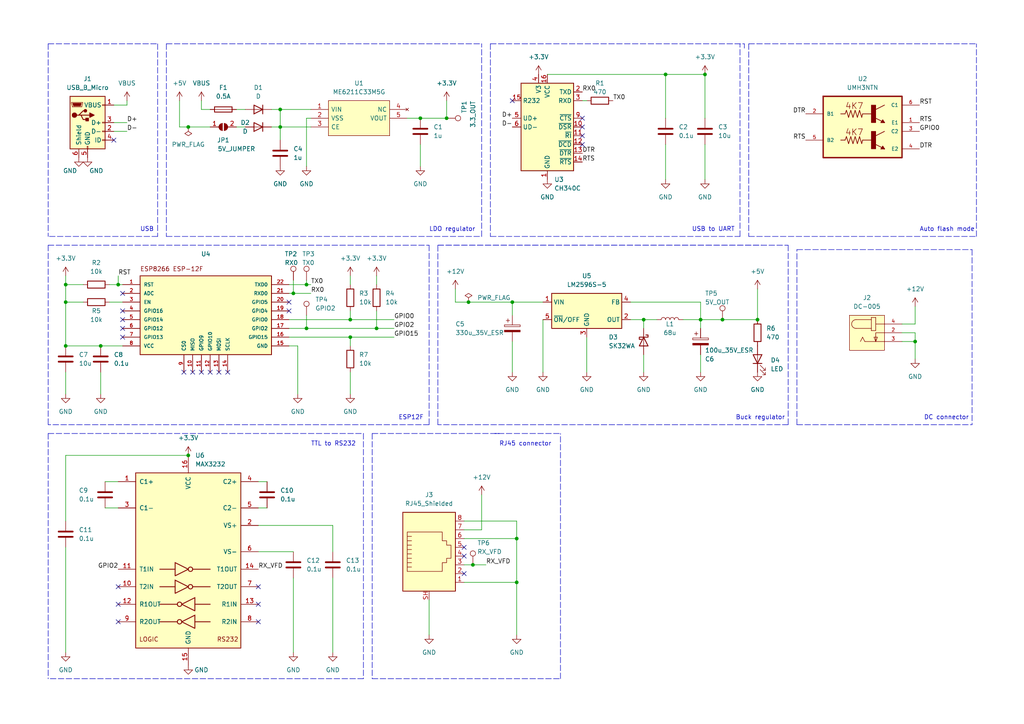
<source format=kicad_sch>
(kicad_sch (version 20211123) (generator eeschema)
  (paper "A4")
  (title_block (title "VFD MQTT") (date "01-09-2022") (rev "1") (company "Esteban CADIC"))
  (lib_symbols
    (symbol "PRJ_VFD-MQTT:+12V" (power) (pin_names (offset 0))
      (property "Value" "+12V" (at 0 3.556 0))
      (symbol "+12V_1_1"
        (pin power_in line (at 0 0 90) (length 0) hide (name "+12V") (number "1"))
      )
    )
    (symbol "PRJ_VFD-MQTT:+3.3V" (power) (pin_names (offset 0))
      (property "Value" "+3.3V" (at 0 3.556 0))
      (symbol "+3.3V_1_1"
        (pin power_in line (at 0 0 90) (length 0) hide (name "+3.3V") (number "1"))
      )
    )
    (symbol "PRJ_VFD-MQTT:+5V" (power) (pin_names (offset 0))
      (property "Value" "+5V" (at 0 3.556 0))
      (symbol "+5V_1_1"
        (pin power_in line (at 0 0 90) (length 0) hide (name "+5V") (number "1"))
      )
    )
    (symbol "PRJ_VFD-MQTT:C" (pin_numbers hide) (pin_names (offset 0.254))
      (property "Reference" "C" (at 0.635 2.54 0))
      (property "Value" "C" (at 0.635 -2.54 0))
      (symbol "C_1_1"
        (pin passive line (at 0 3.81 270) (length 2.794) (name "~") (number "1"))
        (pin passive line (at 0 -3.81 90) (length 2.794) (name "~") (number "2"))
      )
    )
    (symbol "PRJ_VFD-MQTT:CH340C"
      (property "Reference" "U" (at -5.08 13.97 0))
      (property "Value" "CH340C" (at 1.27 13.97 0))
      (symbol "CH340C_1_1"
        (pin power_in line (at 0 -15.24 90) (length 2.54) (name "GND") (number "1"))
        (pin input line (at 10.16 0 180) (length 2.54) (name "~{DSR}") (number "10"))
        (pin input line (at 10.16 -2.54 180) (length 2.54) (name "~{RI}") (number "11"))
        (pin input line (at 10.16 -5.08 180) (length 2.54) (name "~{DCD}") (number "12"))
        (pin output line (at 10.16 -7.62 180) (length 2.54) (name "~{DTR}") (number "13"))
        (pin output line (at 10.16 -10.16 180) (length 2.54) (name "~{RTS}") (number "14"))
        (pin input line (at -10.16 7.62 0) (length 2.54) (name "R232") (number "15"))
        (pin power_in line (at 0 15.24 270) (length 2.54) (name "VCC") (number "16"))
        (pin output line (at 10.16 10.16 180) (length 2.54) (name "TXD") (number "2"))
        (pin input line (at 10.16 7.62 180) (length 2.54) (name "RXD") (number "3"))
        (pin passive line (at -2.54 15.24 270) (length 2.54) (name "V3") (number "4"))
        (pin bidirectional line (at -10.16 2.54 0) (length 2.54) (name "UD+") (number "5"))
        (pin bidirectional line (at -10.16 0 0) (length 2.54) (name "UD-") (number "6"))
        (pin no_connect line (at -7.62 -7.62 0) (length 2.54) hide (name "NC") (number "7"))
        (pin no_connect line (at -7.62 -10.16 0) (length 2.54) hide (name "NC") (number "8"))
        (pin input line (at 10.16 2.54 180) (length 2.54) (name "~{CTS}") (number "9"))
      )
    )
    (symbol "PRJ_VFD-MQTT:C_Polarized" (pin_numbers hide) (pin_names (offset 0.254))
      (property "Reference" "C" (at 0.635 2.54 0))
      (property "Value" "C_Polarized" (at 0.635 -2.54 0))
      (symbol "C_Polarized_1_1"
        (pin passive line (at 0 3.81 270) (length 2.794) (name "~") (number "1"))
        (pin passive line (at 0 -3.81 90) (length 2.794) (name "~") (number "2"))
      )
    )
    (symbol "PRJ_VFD-MQTT:D" (pin_numbers hide) (pin_names (offset 1.016) hide)
      (property "Reference" "D" (at 0 2.54 0))
      (property "Value" "D" (at 0 -2.54 0))
      (symbol "D_1_1"
        (pin passive line (at -3.81 0 0) (length 2.54) (name "K") (number "1"))
        (pin passive line (at 3.81 0 180) (length 2.54) (name "A") (number "2"))
      )
    )
    (symbol "PRJ_VFD-MQTT:DC-005" (pin_names (offset 1.016) hide)
      (property "Reference" "J" (at -5.1054 5.588 0))
      (property "Value" "DC-005" (at -5.1054 -7.6454 0))
      (symbol "DC-005_0_0"
        (pin passive line (at 10.16 0 180) (length 5.08) (name "~") (number "2"))
        (pin passive line (at 10.16 -2.54 180) (length 5.08) (name "~") (number "3"))
        (pin passive line (at 10.16 2.54 180) (length 5.08) (name "~") (number "4"))
      )
    )
    (symbol "PRJ_VFD-MQTT:D_Schottky" (pin_numbers hide) (pin_names (offset 1.016) hide)
      (property "Reference" "D" (at 0 2.54 0))
      (property "Value" "D_Schottky" (at 0 -2.54 0))
      (symbol "D_Schottky_1_1"
        (pin passive line (at -3.81 0 0) (length 2.54) (name "K") (number "1"))
        (pin passive line (at 3.81 0 180) (length 2.54) (name "A") (number "2"))
      )
    )
    (symbol "PRJ_VFD-MQTT:ESP-12F" (pin_names (offset 1.016))
      (property "Reference" "U" (at -17.78 13.97 0))
      (symbol "ESP-12F_0_0"
        (text "ESP8266 ESP-12F" (at -17.78 11.43 0) (effects (font (size 1.27 1.27)) (justify left bottom)))
        (pin input line (at -22.86 7.62 0) (length 5.08) (name "RST") (number "1"))
        (pin bidirectional line (at -2.54 -17.78 90) (length 5.08) (name "MISO") (number "10"))
        (pin bidirectional line (at 0 -17.78 90) (length 5.08) (name "GPIO9") (number "11"))
        (pin bidirectional line (at 2.54 -17.78 90) (length 5.08) (name "GPIO10") (number "12"))
        (pin bidirectional line (at 5.08 -17.78 90) (length 5.08) (name "MOSI") (number "13"))
        (pin bidirectional line (at 7.62 -17.78 90) (length 5.08) (name "SCLK") (number "14"))
        (pin power_in line (at 25.4 -10.16 180) (length 5.08) (name "GND") (number "15"))
        (pin bidirectional line (at 25.4 -7.62 180) (length 5.08) (name "GPIO15") (number "16"))
        (pin bidirectional line (at 25.4 -5.08 180) (length 5.08) (name "GPIO2") (number "17"))
        (pin bidirectional line (at 25.4 -2.54 180) (length 5.08) (name "GPIO0") (number "18"))
        (pin bidirectional line (at 25.4 0 180) (length 5.08) (name "GPIO4") (number "19"))
        (pin bidirectional line (at -22.86 5.08 0) (length 5.08) (name "ADC") (number "2"))
        (pin bidirectional line (at 25.4 2.54 180) (length 5.08) (name "GPIO5") (number "20"))
        (pin bidirectional line (at 25.4 5.08 180) (length 5.08) (name "RXD0") (number "21"))
        (pin bidirectional line (at 25.4 7.62 180) (length 5.08) (name "TXD0") (number "22"))
        (pin input line (at -22.86 2.54 0) (length 5.08) (name "EN") (number "3"))
        (pin bidirectional line (at -22.86 0 0) (length 5.08) (name "GPIO16") (number "4"))
        (pin bidirectional line (at -22.86 -2.54 0) (length 5.08) (name "GPIO14") (number "5"))
        (pin bidirectional line (at -22.86 -5.08 0) (length 5.08) (name "GPIO12") (number "6"))
        (pin bidirectional line (at -22.86 -7.62 0) (length 5.08) (name "GPIO13") (number "7"))
        (pin power_in line (at -22.86 -10.16 0) (length 5.08) (name "VCC") (number "8"))
        (pin bidirectional line (at -5.08 -17.78 90) (length 5.08) (name "CS0") (number "9"))
      )
    )
    (symbol "PRJ_VFD-MQTT:Fuse" (pin_numbers hide) (pin_names (offset 0))
      (property "Reference" "F" (at 2.032 0 90))
      (property "Value" "Fuse" (at -1.905 0 90))
      (symbol "Fuse_1_1"
        (pin passive line (at 0 3.81 270) (length 1.27) (name "~") (number "1"))
        (pin passive line (at 0 -3.81 90) (length 1.27) (name "~") (number "2"))
      )
    )
    (symbol "PRJ_VFD-MQTT:GND" (power) (pin_names (offset 0))
      (property "Value" "GND" (at 0 -3.81 0))
      (symbol "GND_1_1"
        (pin power_in line (at 0 0 270) (length 0) hide (name "GND") (number "1"))
      )
    )
    (symbol "PRJ_VFD-MQTT:L" (pin_numbers hide) (pin_names (offset 1.016) hide)
      (property "Reference" "L" (at -1.27 0 90))
      (property "Value" "L" (at 1.905 0 90))
      (symbol "L_1_1"
        (pin passive line (at 0 3.81 270) (length 1.27) (name "1") (number "1"))
        (pin passive line (at 0 -3.81 90) (length 1.27) (name "2") (number "2"))
      )
    )
    (symbol "PRJ_VFD-MQTT:LED" (pin_numbers hide) (pin_names (offset 1.016) hide)
      (property "Reference" "D" (at 0 2.54 0))
      (property "Value" "LED" (at 0 -2.54 0))
      (symbol "LED_1_1"
        (pin passive line (at -3.81 0 0) (length 2.54) (name "K") (number "1"))
        (pin passive line (at 3.81 0 180) (length 2.54) (name "A") (number "2"))
      )
    )
    (symbol "PRJ_VFD-MQTT:LM2596S-5"
      (property "Reference" "U" (at -10.16 6.35 0))
      (property "Value" "LM2596S-5" (at 0 6.35 0))
      (symbol "LM2596S-5_1_1"
        (pin power_in line (at -12.7 2.54 0) (length 2.54) (name "VIN") (number "1"))
        (pin output line (at 12.7 -2.54 180) (length 2.54) (name "OUT") (number "2"))
        (pin power_in line (at 0 -7.62 90) (length 2.54) (name "GND") (number "3"))
        (pin input line (at 12.7 2.54 180) (length 2.54) (name "FB") (number "4"))
        (pin input line (at -12.7 -2.54 0) (length 2.54) (name "~{ON}/OFF") (number "5"))
      )
    )
    (symbol "PRJ_VFD-MQTT:MAX3232" (pin_names (offset 1.016))
      (property "Reference" "U" (at -2.54 28.575 0))
      (property "Value" "MAX3232" (at -2.54 26.67 0))
      (symbol "MAX3232_0_0"
        (text "LOGIC" (at -11.43 -22.86 0) (effects (font (size 1.27 1.27))))
        (text "RS232" (at 11.43 -22.86 0) (effects (font (size 1.27 1.27))))
      )
      (symbol "MAX3232_1_1"
        (pin passive line (at -20.32 22.86 0) (length 5.08) (name "C1+") (number "1"))
        (pin input line (at -20.32 -7.62 0) (length 5.08) (name "T2IN") (number "10"))
        (pin input line (at -20.32 -2.54 0) (length 5.08) (name "T1IN") (number "11"))
        (pin output line (at -20.32 -12.7 0) (length 5.08) (name "R1OUT") (number "12"))
        (pin input line (at 20.32 -12.7 180) (length 5.08) (name "R1IN") (number "13"))
        (pin output line (at 20.32 -2.54 180) (length 5.08) (name "T1OUT") (number "14"))
        (pin power_in line (at 0 -30.48 90) (length 5.08) (name "GND") (number "15"))
        (pin power_in line (at 0 30.48 270) (length 5.08) (name "VCC") (number "16"))
        (pin power_out line (at 20.32 10.16 180) (length 5.08) (name "VS+") (number "2"))
        (pin passive line (at -20.32 15.24 0) (length 5.08) (name "C1-") (number "3"))
        (pin passive line (at 20.32 22.86 180) (length 5.08) (name "C2+") (number "4"))
        (pin passive line (at 20.32 15.24 180) (length 5.08) (name "C2-") (number "5"))
        (pin power_out line (at 20.32 2.54 180) (length 5.08) (name "VS-") (number "6"))
        (pin output line (at 20.32 -7.62 180) (length 5.08) (name "T2OUT") (number "7"))
        (pin input line (at 20.32 -17.78 180) (length 5.08) (name "R2IN") (number "8"))
        (pin output line (at -20.32 -17.78 0) (length 5.08) (name "R2OUT") (number "9"))
      )
    )
    (symbol "PRJ_VFD-MQTT:ME6211C33M5G" (pin_names (offset 0.762))
      (property "Reference" "U" (at 24.13 7.62 0))
      (property "Value" "ME6211C33M5G" (at 24.13 5.08 0))
      (symbol "ME6211C33M5G_0_0"
        (pin passive line (at 0 0 0) (length 5.08) (name "VIN") (number "1"))
        (pin passive line (at 0 -2.54 0) (length 5.08) (name "VSS") (number "2"))
        (pin passive line (at 0 -5.08 0) (length 5.08) (name "CE") (number "3"))
        (pin no_connect line (at 27.94 0 180) (length 5.08) (name "NC") (number "4"))
        (pin power_out line (at 27.94 -2.54 180) (length 5.08) (name "VOUT") (number "5"))
      )
    )
    (symbol "PRJ_VFD-MQTT:PWR_FLAG" (power) (pin_numbers hide) (pin_names (offset 0) hide)
      (property "Value" "PWR_FLAG" (at 0 3.81 0))
      (symbol "PWR_FLAG_0_0"
        (pin power_out line (at 0 0 90) (length 0) (name "pwr") (number "1"))
      )
    )
    (symbol "PRJ_VFD-MQTT:R" (pin_numbers hide) (pin_names (offset 0))
      (property "Reference" "R" (at 2.032 0 90))
      (property "Value" "R" (at 0 0 90))
      (symbol "R_1_1"
        (pin passive line (at 0 3.81 270) (length 1.27) (name "~") (number "1"))
        (pin passive line (at 0 -3.81 90) (length 1.27) (name "~") (number "2"))
      )
    )
    (symbol "PRJ_VFD-MQTT:RJ45_Shielded" (pin_names (offset 1.016))
      (property "Reference" "J" (at -5.08 13.97 0))
      (property "Value" "RJ45_Shielded" (at 2.54 13.97 0))
      (symbol "RJ45_Shielded_1_1"
        (pin passive line (at 10.16 -7.62 180) (length 2.54) (name "~") (number "1"))
        (pin passive line (at 10.16 -5.08 180) (length 2.54) (name "~") (number "2"))
        (pin passive line (at 10.16 -2.54 180) (length 2.54) (name "~") (number "3"))
        (pin passive line (at 10.16 0 180) (length 2.54) (name "~") (number "4"))
        (pin passive line (at 10.16 2.54 180) (length 2.54) (name "~") (number "5"))
        (pin passive line (at 10.16 5.08 180) (length 2.54) (name "~") (number "6"))
        (pin passive line (at 10.16 7.62 180) (length 2.54) (name "~") (number "7"))
        (pin passive line (at 10.16 10.16 180) (length 2.54) (name "~") (number "8"))
        (pin passive line (at 0 -12.7 90) (length 2.54) (name "~") (number "SH"))
      )
    )
    (symbol "PRJ_VFD-MQTT:SolderJumper_2_Open" (pin_names (offset 0) hide)
      (property "Reference" "JP" (at 0 2.032 0))
      (property "Value" "SolderJumper_2_Open" (at 0 -2.54 0))
      (symbol "SolderJumper_2_Open_1_1"
        (pin passive line (at -3.81 0 0) (length 2.54) (name "A") (number "1"))
        (pin passive line (at 3.81 0 180) (length 2.54) (name "B") (number "2"))
      )
    )
    (symbol "PRJ_VFD-MQTT:TestPoint" (pin_numbers hide) (pin_names (offset 0.762) hide)
      (property "Reference" "TP" (at 0 6.858 0))
      (property "Value" "TestPoint" (at 0 5.08 0))
      (symbol "TestPoint_1_1"
        (pin passive line (at 0 0 90) (length 2.54) (name "1") (number "1"))
      )
    )
    (symbol "PRJ_VFD-MQTT:UMH3NTN" (pin_names (offset 1.016))
      (property "Reference" "U" (at -8.89 8.6106 0))
      (property "Value" "UMH3NTN" (at -8.89 -12.8778 0))
      (symbol "UMH3NTN_0_0"
        (text "4K7" (at -3.81 -3.81 0) (effects (font (size 1.778 1.778)) (justify left bottom)))
        (text "4K7" (at -3.81 3.81 0) (effects (font (size 1.778 1.778)) (justify left bottom)))
        (pin bidirectional line (at 17.78 0 180) (length 5.08) (name "E1") (number "1"))
        (pin input line (at -15.24 2.54 0) (length 5.08) (name "B1") (number "2"))
        (pin bidirectional line (at 17.78 -2.54 180) (length 5.08) (name "C2") (number "3"))
        (pin bidirectional line (at 17.78 -7.62 180) (length 5.08) (name "E2") (number "4"))
        (pin input line (at -15.24 -5.08 0) (length 5.08) (name "B2") (number "5"))
        (pin bidirectional line (at 17.78 5.08 180) (length 5.08) (name "C1") (number "6"))
      )
    )
    (symbol "PRJ_VFD-MQTT:USB_B_Micro" (pin_names (offset 1.016))
      (property "Reference" "J" (at -5.08 11.43 0))
      (property "Value" "USB_B_Micro" (at -5.08 8.89 0))
      (symbol "USB_B_Micro_1_1"
        (pin power_out line (at 7.62 5.08 180) (length 2.54) (name "VBUS") (number "1"))
        (pin bidirectional line (at 7.62 -2.54 180) (length 2.54) (name "D-") (number "2"))
        (pin bidirectional line (at 7.62 0 180) (length 2.54) (name "D+") (number "3"))
        (pin passive line (at 7.62 -5.08 180) (length 2.54) (name "ID") (number "4"))
        (pin power_out line (at 0 -10.16 90) (length 2.54) (name "GND") (number "5"))
        (pin passive line (at -2.54 -10.16 90) (length 2.54) (name "Shield") (number "6"))
      )
    )
    (symbol "PRJ_VFD-MQTT:VBUS" (power) (pin_names (offset 0))
      (property "Value" "VBUS" (at 0 3.81 0))
      (symbol "VBUS_1_1"
        (pin power_in line (at 0 0 90) (length 0) hide (name "VBUS") (number "1"))
      )
    )
  )
  (junction (at 54.61 36.83))
  (junction (at 186.69 92.71))
  (junction (at 88.9 82.55))
  (junction (at 19.05 87.63))
  (junction (at 85.09 85.09))
  (junction (at 129.54 34.29))
  (junction (at 109.22 95.25))
  (junction (at 203.2 92.71))
  (junction (at 193.04 21.59))
  (junction (at 137.16 163.83))
  (junction (at 54.61 132.08))
  (junction (at 29.21 100.33))
  (junction (at 19.05 82.55))
  (junction (at 19.05 100.33))
  (junction (at 88.9 95.25))
  (junction (at 81.28 36.83))
  (junction (at 101.6 92.71))
  (junction (at 101.6 97.79))
  (junction (at 265.43 99.06))
  (junction (at 34.29 82.55))
  (junction (at 81.28 31.75))
  (junction (at 219.71 92.71))
  (junction (at 148.59 87.63))
  (junction (at 149.86 168.91))
  (junction (at 209.55 92.71))
  (junction (at 149.86 156.21))
  (junction (at 135.89 87.63))
  (junction (at 204.47 21.59))
  (junction (at 121.92 34.29))
  (no_connect (at 35.56 92.71))
  (no_connect (at 35.56 90.17))
  (no_connect (at 35.56 85.09))
  (no_connect (at 83.82 90.17))
  (no_connect (at 83.82 87.63))
  (no_connect (at 148.59 29.21))
  (no_connect (at 33.02 40.64))
  (no_connect (at 168.91 39.37))
  (no_connect (at 168.91 34.29))
  (no_connect (at 168.91 36.83))
  (no_connect (at 168.91 41.91))
  (no_connect (at 53.34 107.95))
  (no_connect (at 60.96 107.95))
  (no_connect (at 63.5 107.95))
  (no_connect (at 66.04 107.95))
  (no_connect (at 55.88 107.95))
  (no_connect (at 58.42 107.95))
  (no_connect (at 35.56 97.79))
  (no_connect (at 35.56 95.25))
  (no_connect (at 74.93 170.18))
  (no_connect (at 74.93 175.26))
  (no_connect (at 74.93 180.34))
  (no_connect (at 34.29 170.18))
  (no_connect (at 34.29 180.34))
  (no_connect (at 34.29 175.26))
  (no_connect (at 134.62 158.75))
  (no_connect (at 134.62 161.29))
  (no_connect (at 134.62 166.37))
  (polyline (pts (xy 107.95 125.73) (xy 107.95 196.85)))
  (wire (pts (xy 203.2 107.95) (xy 203.2 102.87)))
  (wire (pts (xy 261.62 99.06) (xy 265.43 99.06)))
  (wire (pts (xy 90.17 36.83) (xy 81.28 36.83)))
  (wire (pts (xy 74.93 160.02) (xy 85.09 160.02)))
  (wire (pts (xy 81.28 31.75) (xy 90.17 31.75)))
  (wire (pts (xy 88.9 95.25) (xy 83.82 95.25)))
  (wire (pts (xy 86.36 100.33) (xy 86.36 114.3)))
  (wire (pts (xy 85.09 85.09) (xy 83.82 85.09)))
  (wire (pts (xy 204.47 21.59) (xy 204.47 34.29)))
  (wire (pts (xy 19.05 87.63) (xy 19.05 82.55)))
  (polyline (pts (xy 107.95 125.73) (xy 162.56 125.73)))
  (wire (pts (xy 186.69 107.95) (xy 186.69 102.87)))
  (wire (pts (xy 33.02 30.48) (xy 36.83 30.48)))
  (wire (pts (xy 149.86 168.91) (xy 149.86 184.15)))
  (wire (pts (xy 149.86 151.13) (xy 149.86 156.21)))
  (polyline (pts (xy 143.51 125.73) (xy 144.78 125.73)))
  (wire (pts (xy 68.58 31.75) (xy 71.12 31.75)))
  (polyline (pts (xy 127 123.19) (xy 127 71.12)))
  (polyline (pts (xy 13.97 125.73) (xy 105.41 125.73)))
  (wire (pts (xy 134.62 163.83) (xy 137.16 163.83)))
  (wire (pts (xy 109.22 95.25) (xy 88.9 95.25)))
  (wire (pts (xy 81.28 36.83) (xy 81.28 31.75)))
  (wire (pts (xy 52.07 29.21) (xy 52.07 36.83)))
  (polyline (pts (xy 231.14 72.39) (xy 281.94 72.39)))
  (polyline (pts (xy 215.9 12.7) (xy 215.9 13.97)))
  (wire (pts (xy 134.62 153.67) (xy 139.7 153.67)))
  (wire (pts (xy 31.75 82.55) (xy 34.29 82.55)))
  (wire (pts (xy 85.09 81.28) (xy 85.09 85.09)))
  (wire (pts (xy 129.54 29.21) (xy 129.54 34.29)))
  (wire (pts (xy 132.08 87.63) (xy 135.89 87.63)))
  (wire (pts (xy 170.18 97.79) (xy 170.18 107.95)))
  (wire (pts (xy 78.74 31.75) (xy 81.28 31.75)))
  (wire (pts (xy 121.92 34.29) (xy 129.54 34.29)))
  (polyline (pts (xy 231.14 123.19) (xy 281.94 123.19)))
  (polyline (pts (xy 124.46 71.12) (xy 124.46 123.19)))
  (polyline (pts (xy 48.26 12.7) (xy 48.26 68.58)))
  (wire (pts (xy 33.02 35.56) (xy 36.83 35.56)))
  (polyline (pts (xy 13.97 125.73) (xy 13.97 196.85)))
  (wire (pts (xy 209.55 92.71) (xy 219.71 92.71)))
  (wire (pts (xy 74.93 139.7) (xy 77.47 139.7)))
  (wire (pts (xy 29.21 107.95) (xy 29.21 114.3)))
  (polyline (pts (xy 48.26 12.7) (xy 139.7 12.7)))
  (wire (pts (xy 261.62 96.52) (xy 265.43 96.52)))
  (wire (pts (xy 101.6 107.95) (xy 101.6 114.3)))
  (polyline (pts (xy 142.24 12.7) (xy 142.24 68.58)))
  (wire (pts (xy 74.93 147.32) (xy 77.47 147.32)))
  (wire (pts (xy 31.75 87.63) (xy 35.56 87.63)))
  (wire (pts (xy 34.29 82.55) (xy 35.56 82.55)))
  (wire (pts (xy 83.82 97.79) (xy 101.6 97.79)))
  (polyline (pts (xy 283.21 68.58) (xy 283.21 12.7)))
  (wire (pts (xy 19.05 132.08) (xy 54.61 132.08)))
  (polyline (pts (xy 228.6 71.12) (xy 228.6 123.19)))
  (wire (pts (xy 19.05 100.33) (xy 19.05 87.63)))
  (polyline (pts (xy 217.17 68.58) (xy 283.21 68.58)))
  (polyline (pts (xy 13.97 12.7) (xy 13.97 68.58)))
  (polyline (pts (xy 214.63 68.58) (xy 214.63 12.7)))
  (wire (pts (xy 19.05 107.95) (xy 19.05 114.3)))
  (wire (pts (xy 29.21 100.33) (xy 35.56 100.33)))
  (wire (pts (xy 219.71 83.82) (xy 219.71 92.71)))
  (wire (pts (xy 96.52 167.64) (xy 96.52 189.23)))
  (wire (pts (xy 124.46 173.99) (xy 124.46 184.15)))
  (polyline (pts (xy 13.97 71.12) (xy 124.46 71.12)))
  (wire (pts (xy 30.48 147.32) (xy 34.29 147.32)))
  (wire (pts (xy 58.42 31.75) (xy 60.96 31.75)))
  (wire (pts (xy 58.42 29.21) (xy 58.42 31.75)))
  (wire (pts (xy 135.89 87.63) (xy 148.59 87.63)))
  (wire (pts (xy 74.93 152.4) (xy 96.52 152.4)))
  (wire (pts (xy 265.43 96.52) (xy 265.43 99.06)))
  (wire (pts (xy 68.58 36.83) (xy 71.12 36.83)))
  (wire (pts (xy 101.6 100.33) (xy 101.6 97.79)))
  (wire (pts (xy 81.28 36.83) (xy 81.28 40.64)))
  (wire (pts (xy 96.52 152.4) (xy 96.52 160.02)))
  (wire (pts (xy 148.59 99.06) (xy 148.59 107.95)))
  (wire (pts (xy 19.05 151.13) (xy 19.05 132.08)))
  (wire (pts (xy 90.17 82.55) (xy 88.9 82.55)))
  (polyline (pts (xy 127 71.12) (xy 228.6 71.12)))
  (polyline (pts (xy 13.97 12.7) (xy 45.72 12.7)))
  (polyline (pts (xy 107.95 196.85) (xy 162.56 196.85)))
  (wire (pts (xy 109.22 80.01) (xy 109.22 82.55)))
  (wire (pts (xy 88.9 34.29) (xy 90.17 34.29)))
  (polyline (pts (xy 228.6 123.19) (xy 127 123.19)))
  (polyline (pts (xy 124.46 123.19) (xy 13.97 123.19)))
  (polyline (pts (xy 105.41 125.73) (xy 105.41 196.85)))
  (wire (pts (xy 139.7 153.67) (xy 139.7 143.51)))
  (wire (pts (xy 193.04 21.59) (xy 204.47 21.59)))
  (polyline (pts (xy 217.17 12.7) (xy 283.21 12.7)))
  (wire (pts (xy 19.05 80.01) (xy 19.05 82.55)))
  (wire (pts (xy 265.43 99.06) (xy 265.43 104.14)))
  (wire (pts (xy 52.07 36.83) (xy 54.61 36.83)))
  (wire (pts (xy 148.59 87.63) (xy 157.48 87.63)))
  (wire (pts (xy 186.69 92.71) (xy 190.5 92.71)))
  (polyline (pts (xy 162.56 196.85) (xy 162.56 125.73)))
  (wire (pts (xy 83.82 92.71) (xy 101.6 92.71)))
  (wire (pts (xy 101.6 80.01) (xy 101.6 82.55)))
  (wire (pts (xy 137.16 163.83) (xy 140.97 163.83)))
  (wire (pts (xy 203.2 92.71) (xy 209.55 92.71)))
  (polyline (pts (xy 142.24 12.7) (xy 215.9 12.7)))
  (wire (pts (xy 204.47 41.91) (xy 204.47 52.07)))
  (polyline (pts (xy 13.97 71.12) (xy 13.97 123.19)))
  (polyline (pts (xy 127 71.12) (xy 220.98 71.12)))
  (wire (pts (xy 33.02 38.1) (xy 36.83 38.1)))
  (wire (pts (xy 203.2 92.71) (xy 203.2 95.25)))
  (wire (pts (xy 182.88 87.63) (xy 203.2 87.63)))
  (wire (pts (xy 109.22 90.17) (xy 109.22 95.25)))
  (wire (pts (xy 101.6 90.17) (xy 101.6 92.71)))
  (wire (pts (xy 134.62 151.13) (xy 149.86 151.13)))
  (polyline (pts (xy 45.72 68.58) (xy 13.97 68.58)))
  (wire (pts (xy 19.05 100.33) (xy 29.21 100.33)))
  (wire (pts (xy 19.05 87.63) (xy 24.13 87.63)))
  (wire (pts (xy 36.83 30.48) (xy 36.83 29.21)))
  (wire (pts (xy 88.9 81.28) (xy 88.9 82.55)))
  (wire (pts (xy 168.91 29.21) (xy 170.18 29.21)))
  (wire (pts (xy 118.11 34.29) (xy 121.92 34.29)))
  (wire (pts (xy 78.74 36.83) (xy 81.28 36.83)))
  (polyline (pts (xy 48.26 68.58) (xy 139.7 68.58)))
  (wire (pts (xy 132.08 83.82) (xy 132.08 87.63)))
  (wire (pts (xy 85.09 167.64) (xy 85.09 189.23)))
  (wire (pts (xy 121.92 41.91) (xy 121.92 48.26)))
  (wire (pts (xy 90.17 85.09) (xy 85.09 85.09)))
  (wire (pts (xy 149.86 156.21) (xy 149.86 168.91)))
  (wire (pts (xy 148.59 87.63) (xy 148.59 91.44)))
  (wire (pts (xy 261.62 93.98) (xy 265.43 93.98)))
  (wire (pts (xy 101.6 97.79) (xy 114.3 97.79)))
  (wire (pts (xy 157.48 92.71) (xy 157.48 107.95)))
  (wire (pts (xy 54.61 36.83) (xy 60.96 36.83)))
  (wire (pts (xy 114.3 92.71) (xy 101.6 92.71)))
  (wire (pts (xy 88.9 82.55) (xy 83.82 82.55)))
  (polyline (pts (xy 217.17 12.7) (xy 217.17 68.58)))
  (wire (pts (xy 19.05 82.55) (xy 24.13 82.55)))
  (wire (pts (xy 193.04 41.91) (xy 193.04 52.07)))
  (polyline (pts (xy 281.94 72.39) (xy 281.94 123.19)))
  (wire (pts (xy 193.04 21.59) (xy 193.04 34.29)))
  (wire (pts (xy 88.9 34.29) (xy 88.9 48.26)))
  (wire (pts (xy 19.05 158.75) (xy 19.05 189.23)))
  (wire (pts (xy 186.69 92.71) (xy 186.69 95.25)))
  (wire (pts (xy 114.3 95.25) (xy 109.22 95.25)))
  (polyline (pts (xy 105.41 196.85) (xy 13.97 196.85)))
  (wire (pts (xy 86.36 100.33) (xy 83.82 100.33)))
  (polyline (pts (xy 139.7 68.58) (xy 139.7 12.7)))
  (wire (pts (xy 149.86 168.91) (xy 134.62 168.91)))
  (wire (pts (xy 34.29 80.01) (xy 34.29 82.55)))
  (wire (pts (xy 265.43 93.98) (xy 265.43 88.9)))
  (wire (pts (xy 203.2 87.63) (xy 203.2 92.71)))
  (wire (pts (xy 158.75 21.59) (xy 193.04 21.59)))
  (wire (pts (xy 88.9 91.44) (xy 88.9 95.25)))
  (polyline (pts (xy 45.72 12.7) (xy 45.72 68.58)))
  (polyline (pts (xy 231.14 123.19) (xy 231.14 72.39)))
  (wire (pts (xy 134.62 156.21) (xy 149.86 156.21)))
  (polyline (pts (xy 142.24 68.58) (xy 214.63 68.58)))
  (wire (pts (xy 198.12 92.71) (xy 203.2 92.71)))
  (wire (pts (xy 182.88 92.71) (xy 186.69 92.71)))
  (wire (pts (xy 30.48 139.7) (xy 34.29 139.7)))
  (text "USB to UART" (at 200.66 67.31 0) (effects (font (size 1.27 1.27)) (justify left bottom)))
  (text "Buck regulator" (at 213.36 121.92 0) (effects (font (size 1.27 1.27)) (justify left bottom)))
  (text "ESP12F" (at 115.57 121.92 0) (effects (font (size 1.27 1.27)) (justify left bottom)))
  (text "TTL to RS232" (at 90.17 129.54 0) (effects (font (size 1.27 1.27)) (justify left bottom)))
  (text "LDO regulator" (at 124.46 67.31 0) (effects (font (size 1.27 1.27)) (justify left bottom)))
  (text "RJ45 connector" (at 144.78 129.54 0) (effects (font (size 1.27 1.27)) (justify left bottom)))
  (text "DC connector" (at 267.97 121.92 0) (effects (font (size 1.27 1.27)) (justify left bottom)))
  (text "Auto flash mode" (at 266.7 67.31 0) (effects (font (size 1.27 1.27)) (justify left bottom)))
  (text "USB" (at 40.64 67.31 0) (effects (font (size 1.27 1.27)) (justify left bottom)))
  (label "RST" (at 266.7 30.48 0))
  (label "TX0" (at 90.17 82.55 0))
  (label "RX_VFD" (at 74.93 165.1 0))
  (label "D+" (at 36.83 35.56 0))
  (label "D-" (at 148.59 36.83 180))
  (label "D+" (at 148.59 34.29 180))
  (label "GPIO0" (at 266.7 38.1 0))
  (label "DTR" (at 168.91 44.45 0))
  (label "GPIO2" (at 34.29 165.1 180))
  (label "RX0" (at 168.91 26.67 0))
  (label "RX_VFD" (at 140.97 163.83 0))
  (label "RTS" (at 266.7 35.56 0))
  (label "GPIO15" (at 114.3 97.79 0))
  (label "TX0" (at 177.8 29.21 0))
  (label "RTS" (at 168.91 46.99 0))
  (label "RX0" (at 90.17 85.09 0))
  (label "GPIO0" (at 114.3 92.71 0))
  (label "RTS" (at 233.68 40.64 180))
  (label "D-" (at 36.83 38.1 0))
  (label "DTR" (at 233.68 33.02 180))
  (label "RST" (at 34.29 80.01 0))
  (label "DTR" (at 266.7 43.18 0))
  (label "GPIO2" (at 114.3 95.25 0))
  (symbol (lib_id "PRJ_VFD-MQTT:GND") (at 148.59 107.95 0) (unit 1)
    (property "Reference" "#PWR022" (effects hide))
    (property "Value" "GND" (at 148.59 113.03 0))
  )
  (symbol (lib_id "PRJ_VFD-MQTT:TestPoint") (at 88.9 91.44 0) (unit 1)
    (property "Reference" "TP4" (at 91.44 86.8679 0) (effects (justify left)))
    (property "Value" "GPIO2" (at 91.44 89.4079 0) (effects (justify left)))
    (property "Footprint" "PRJ_VFD-MQTT:TestPoint_Pad_D2.0mm" (effects hide))
  )
  (symbol (lib_id "PRJ_VFD-MQTT:R") (at 173.99 29.21 270) (unit 1)
    (property "Reference" "R1" (at 173.99 24.13 90))
    (property "Value" "470" (at 173.99 26.67 90))
    (property "Footprint" "PRJ_VFD-MQTT:R_0805_2012Metric_Pad1.20x1.40mm_HandSolder" (effects hide))
    (property "Reference" "R1" (effects hide))
    (property "Value" "470" (effects hide))
    (property "LCSC" "C2907329" (effects hide))
  )
  (symbol (lib_id "PRJ_VFD-MQTT:GND") (at 22.86 45.72 0) (unit 1)
    (property "Reference" "#PWR07" (effects hide))
    (property "Value" "GND" (at 20.32 49.53 0))
  )
  (symbol (lib_id "PRJ_VFD-MQTT:TestPoint") (at 88.9 81.28 0) (unit 1)
    (property "Reference" "TP3" (at 87.63 73.66 0) (effects (justify left)))
    (property "Value" "TX0" (at 87.63 76.2 0) (effects (justify left)))
    (property "Footprint" "PRJ_VFD-MQTT:TestPoint_Pad_D2.0mm" (effects hide))
  )
  (symbol (lib_id "PRJ_VFD-MQTT:GND") (at 19.05 189.23 0) (unit 1)
    (property "Reference" "#PWR036" (effects hide))
    (property "Value" "GND" (at 19.05 194.31 0))
  )
  (symbol (lib_id "PRJ_VFD-MQTT:+3.3V") (at 109.22 80.01 0) (unit 1)
    (property "Reference" "#PWR017" (effects hide))
    (property "Value" "+3.3V" (at 109.22 74.93 0))
  )
  (symbol (lib_id "PRJ_VFD-MQTT:GND") (at 121.92 48.26 0) (unit 1)
    (property "Reference" "#PWR011" (effects hide))
    (property "Value" "GND" (at 121.92 53.34 0))
  )
  (symbol (lib_id "PRJ_VFD-MQTT:+3.3V") (at 19.05 80.01 0) (unit 1)
    (property "Reference" "#PWR015" (effects hide))
    (property "Value" "+3.3V" (at 19.05 74.93 0))
  )
  (symbol (lib_id "PRJ_VFD-MQTT:GND") (at 54.61 193.04 0) (unit 1)
    (property "Reference" "#PWR039" (effects hide))
    (property "Value" "GND" (at 58.42 194.31 0))
  )
  (symbol (lib_id "PRJ_VFD-MQTT:R") (at 219.71 96.52 0) (unit 1)
    (property "Reference" "R6" (at 222.25 95.2499 0) (effects (justify left)))
    (property "Value" "470" (at 222.25 97.7899 0) (effects (justify left)))
    (property "Footprint" "PRJ_VFD-MQTT:R_0805_2012Metric_Pad1.20x1.40mm_HandSolder" (effects hide))
    (property "LCSC" "C2907329" (effects hide))
  )
  (symbol (lib_id "PRJ_VFD-MQTT:LED") (at 219.71 104.14 90) (unit 1)
    (property "Reference" "D4" (at 223.52 104.4574 90) (effects (justify right)))
    (property "Value" "LED" (at 223.52 106.9974 90) (effects (justify right)))
    (property "Footprint" "PRJ_VFD-MQTT:LED_0805_2012Metric_Pad1.15x1.40mm_HandSolder" (effects hide))
    (property "LCSC" "C434431" (effects hide))
  )
  (symbol (lib_id "PRJ_VFD-MQTT:C") (at 204.47 38.1 0) (unit 1)
    (property "Reference" "C3" (at 208.28 36.8299 0) (effects (justify left)))
    (property "Value" "10u" (at 208.28 39.3699 0) (effects (justify left)))
    (property "Footprint" "PRJ_VFD-MQTT:C_0805_2012Metric_Pad1.18x1.45mm_HandSolder" (effects hide))
    (property "Reference" "C3" (effects hide))
    (property "Value" "10u" (effects hide))
    (property "LCSC" "C17024" (effects hide))
    (property "MF" "C17024" (effects hide))
  )
  (symbol (lib_id "PRJ_VFD-MQTT:DC-005") (at 251.46 96.52 0) (unit 1)
    (property "Reference" "J2" (at 251.46 86.36 0))
    (property "Value" "DC-005" (at 251.46 88.9 0))
    (property "Footprint" "PRJ_VFD-MQTT:NINIGI_DC-005" (effects hide))
    (property "PACKAGE" "None" (effects hide))
    (property "AVAILABILITY" "Unavailable" (effects hide))
    (property "MP" "DC-005" (effects hide))
    (property "DESCRIPTION" "Conn Dc Power Jack 2.1mm" (effects hide))
    (property "MF" "Best Inc." (effects hide))
    (property "PRICE" "None" (effects hide))
    (property "LCSC" "C16214" (effects hide))
  )
  (symbol (lib_id "PRJ_VFD-MQTT:C_Polarized") (at 148.59 95.25 0) (unit 1)
    (property "Reference" "C5" (at 132.08 93.98 0) (effects (justify left)))
    (property "Value" "330u_35V_ESR" (at 132.08 96.52 0) (effects (justify left)))
    (property "Footprint" "PRJ_VFD-MQTT:CAP_EEEFP1V331AP_G" (effects hide))
    (property "LCSC" "C178582" (effects hide))
  )
  (symbol (lib_id "PRJ_VFD-MQTT:+3.3V") (at 156.21 21.59 0) (unit 1)
    (property "Reference" "#PWR01" (effects hide))
    (property "Value" "+3.3V" (at 156.21 16.51 0))
  )
  (symbol (lib_id "PRJ_VFD-MQTT:C") (at 30.48 143.51 0) (unit 1)
    (property "Reference" "C9" (at 22.86 142.2401 0) (effects (justify left)))
    (property "Value" "0.1u" (at 22.86 144.78 0) (effects (justify left)))
    (property "Footprint" "PRJ_VFD-MQTT:C_0805_2012Metric_Pad1.18x1.45mm_HandSolder" (effects hide))
    (property "LCSC" "C1711" (effects hide))
  )
  (symbol (lib_id "PRJ_VFD-MQTT:D") (at 74.93 31.75 180) (unit 1)
    (property "Reference" "D1" (at 74.93 25.4 0))
    (property "Value" "D" (at 74.93 27.94 0))
    (property "Footprint" "PRJ_VFD-MQTT:SOD-123FL" (effects hide))
    (property "Reference" "D1" (effects hide))
    (property "Value" "D" (effects hide))
    (property "LCSC" "C2891324" (effects hide))
  )
  (symbol (lib_id "PRJ_VFD-MQTT:D_Schottky") (at 186.69 99.06 270) (unit 1)
    (property "Reference" "D3" (at 176.53 97.79 90) (effects (justify left)))
    (property "Value" "SK32WA" (at 176.53 100.33 90) (effects (justify left)))
    (property "Footprint" "PRJ_VFD-MQTT:SOD-123FL" (effects hide))
    (property "LCSC" "C183472" (effects hide))
  )
  (symbol (lib_id "PRJ_VFD-MQTT:TestPoint") (at 137.16 163.83 0) (unit 1)
    (property "Reference" "TP6" (at 138.43 157.48 0) (effects (justify left)))
    (property "Value" "RX_VFD" (at 138.43 160.02 0) (effects (justify left)))
    (property "Footprint" "PRJ_VFD-MQTT:TestPoint_Pad_D2.0mm" (effects hide))
  )
  (symbol (lib_id "PRJ_VFD-MQTT:VBUS") (at 58.42 29.21 0) (unit 1)
    (property "Reference" "#PWR05" (effects hide))
    (property "Value" "VBUS" (at 58.42 24.13 0))
  )
  (symbol (lib_id "PRJ_VFD-MQTT:GND") (at 170.18 107.95 0) (unit 1)
    (property "Reference" "#PWR024" (effects hide))
    (property "Value" "GND" (at 170.18 113.03 0))
  )
  (symbol (lib_id "PRJ_VFD-MQTT:R") (at 101.6 104.14 180) (unit 1)
    (property "Reference" "R7" (at 104.14 102.8699 0) (effects (justify right)))
    (property "Value" "10k" (at 104.14 105.4099 0) (effects (justify right)))
    (property "Footprint" "PRJ_VFD-MQTT:R_0805_2012Metric_Pad1.20x1.40mm_HandSolder" (effects hide))
    (property "Reference" "R7" (effects hide))
    (property "Value" "10k" (effects hide))
    (property "LCSC" "C17414" (effects hide))
  )
  (symbol (lib_id "PRJ_VFD-MQTT:ME6211C33M5G") (at 90.17 31.75 0) (unit 1)
    (property "Reference" "U1" (at 104.14 24.13 0))
    (property "Value" "ME6211C33M5G" (at 104.14 26.67 0))
    (property "Footprint" "PRJ_VFD-MQTT:SOT-23-5_HandSoldering" (effects hide))
    (property "Datasheet" "https://datasheet.lcsc.com/lcsc/1811131510_MICRONE-Nanjing-Micro-One-Elec-ME6211C33M5G-N_C82942.pdf" (effects hide))
    (property "Description" "High Speed LDO Regulators, High PSRR, Low noise, ME6211 Series" (effects hide))
    (property "Height" "1.45" (effects hide))
    (property "Manufacturer_Name" "Microne" (effects hide))
    (property "Manufacturer_Part_Number" "ME6211C33M5G" (effects hide))
    (property "Datasheet" "https://datasheet.lcsc.com/lcsc/1811131510_MICRONE-Nanjing-Micro-One-Elec-ME6211C33M5G-N_C82942.pdf" (effects hide))
    (property "Footprint" "PRJ_VFD-MQTT:SOT-23-5_HandSoldering" (effects hide))
    (property "Reference" "U1" (effects hide))
    (property "Value" "ME6211C33M5G" (effects hide))
    (property "LCSC" "C82942" (effects hide))
  )
  (symbol (lib_id "PRJ_VFD-MQTT:SolderJumper_2_Open") (at 64.77 36.83 0) (unit 1)
    (property "Reference" "JP1" (at 64.77 40.64 0))
    (property "Value" "5V_JUMPER" (at 68.58 43.18 0))
    (property "Footprint" "PRJ_VFD-MQTT:SolderJumper-2_P1.3mm_Open_Pad1.0x1.5mm" (effects hide))
  )
  (symbol (lib_id "PRJ_VFD-MQTT:C") (at 96.52 163.83 0) (unit 1)
    (property "Reference" "C13" (at 100.33 162.5599 0) (effects (justify left)))
    (property "Value" "0.1u" (at 100.33 165.0999 0) (effects (justify left)))
    (property "Footprint" "PRJ_VFD-MQTT:C_0805_2012Metric_Pad1.18x1.45mm_HandSolder" (effects hide))
    (property "LCSC" "C1711" (effects hide))
  )
  (symbol (lib_id "PRJ_VFD-MQTT:GND") (at 25.4 45.72 0) (unit 1)
    (property "Reference" "#PWR08" (effects hide))
    (property "Value" "GND" (at 27.94 49.53 0))
  )
  (symbol (lib_id "PRJ_VFD-MQTT:GND") (at 85.09 189.23 0) (unit 1)
    (property "Reference" "#PWR037" (effects hide))
    (property "Value" "GND" (at 85.09 194.31 0))
  )
  (symbol (lib_id "PRJ_VFD-MQTT:C") (at 85.09 163.83 0) (unit 1)
    (property "Reference" "C12" (at 88.9 162.5599 0) (effects (justify left)))
    (property "Value" "0.1u" (at 88.9 165.0999 0) (effects (justify left)))
    (property "Footprint" "PRJ_VFD-MQTT:C_0805_2012Metric_Pad1.18x1.45mm_HandSolder" (effects hide))
    (property "LCSC" "C1711" (effects hide))
  )
  (symbol (lib_id "PRJ_VFD-MQTT:R") (at 109.22 86.36 180) (unit 1)
    (property "Reference" "R4" (at 111.76 85.0899 0) (effects (justify right)))
    (property "Value" "10k" (at 111.76 87.6299 0) (effects (justify right)))
    (property "Footprint" "PRJ_VFD-MQTT:R_0805_2012Metric_Pad1.20x1.40mm_HandSolder" (effects hide))
    (property "Reference" "R4" (effects hide))
    (property "Value" "10k" (effects hide))
    (property "LCSC" "C17414" (effects hide))
  )
  (symbol (lib_id "PRJ_VFD-MQTT:+5V") (at 219.71 83.82 0) (unit 1)
    (property "Reference" "#PWR019" (effects hide))
    (property "Value" "+5V" (at 219.71 78.74 0))
  )
  (symbol (lib_id "PRJ_VFD-MQTT:+3.3V") (at 54.61 132.08 0) (unit 1)
    (property "Reference" "#PWR032" (effects hide))
    (property "Value" "+3.3V" (at 54.61 127 0))
  )
  (symbol (lib_id "PRJ_VFD-MQTT:D") (at 74.93 36.83 180) (unit 1)
    (property "Reference" "D2" (at 71.12 35.56 0))
    (property "Value" "D" (at 71.12 38.1 0))
    (property "Footprint" "PRJ_VFD-MQTT:SOD-123FL" (effects hide))
    (property "Reference" "D2" (effects hide))
    (property "Value" "D" (effects hide))
    (property "LCSC" "C2891324" (effects hide))
  )
  (symbol (lib_id "PRJ_VFD-MQTT:GND") (at 19.05 114.3 0) (unit 1)
    (property "Reference" "#PWR028" (effects hide))
    (property "Value" "GND" (at 19.05 119.38 0))
  )
  (symbol (lib_id "PRJ_VFD-MQTT:C") (at 77.47 143.51 180) (unit 1)
    (property "Reference" "C10" (at 81.28 142.2399 0) (effects (justify right)))
    (property "Value" "0.1u" (at 81.28 144.7799 0) (effects (justify right)))
    (property "Footprint" "PRJ_VFD-MQTT:C_0805_2012Metric_Pad1.18x1.45mm_HandSolder" (effects hide))
    (property "LCSC" "C1711" (effects hide))
  )
  (symbol (lib_id "PRJ_VFD-MQTT:UMH3NTN") (at 248.92 35.56 0) (unit 1)
    (property "Reference" "U2" (at 250.19 22.86 0))
    (property "Value" "UMH3NTN" (at 250.19 25.4 0))
    (property "Footprint" "PRJ_VFD-MQTT:SOT-363_SC-70-6_Handsoldering" (effects hide))
    (property "Datasheet" "https://datasheet.lcsc.com/lcsc/1804132334_ROHM-Semicon-UMH3NTN_C123008.pdf" (effects hide))
    (property "PACKAGE" "SOT-363 Rohm" (effects hide))
    (property "AVAILABILITY" "https://www.digikey.ca/en/products/detail/rohm-semiconductor/umh3ntn/659279" (effects hide))
    (property "MP" "UMH3NTN" (effects hide))
    (property "DESCRIPTION" "UMH3N Series 50 V 100 mA Surface Mount Dual NPN Digital Transistor - SC-88" (effects hide))
    (property "MF" "Rohm" (effects hide))
    (property "PRICE" "None" (effects hide))
    (property "ZLIB_AUTHOR" "Timothy Kuechler P. Eng. CALGARY" (effects hide))
    (property "Footprint" "PRJ_VFD-MQTT:SOT-363_SC-70-6_Handsoldering" (effects hide))
    (property "Reference" "U2" (effects hide))
    (property "Value" "UMH3NTN" (effects hide))
    (property "LCSC" "C123008" (effects hide))
    (property "DATASHEET" "https://fscdn.rohm.com/en/products/databook/datasheet/discrete/transistor/digital/umh3ntn-e.pdf" (effects hide))
  )
  (symbol (lib_id "PRJ_VFD-MQTT:C") (at 19.05 154.94 0) (unit 1)
    (property "Reference" "C11" (at 22.86 153.6699 0) (effects (justify left)))
    (property "Value" "0.1u" (at 22.86 156.2099 0) (effects (justify left)))
    (property "Footprint" "PRJ_VFD-MQTT:C_0805_2012Metric_Pad1.18x1.45mm_HandSolder" (effects hide))
    (property "LCSC" "C1711" (effects hide))
  )
  (symbol (lib_id "PRJ_VFD-MQTT:VBUS") (at 36.83 29.21 0) (unit 1)
    (property "Reference" "#PWR03" (effects hide))
    (property "Value" "VBUS" (at 36.83 24.13 0))
  )
  (symbol (lib_id "PRJ_VFD-MQTT:C") (at 29.21 104.14 180) (unit 1)
    (property "Reference" "C8" (at 33.02 102.8699 0) (effects (justify right)))
    (property "Value" "0.1u" (at 33.02 105.4099 0) (effects (justify right)))
    (property "Footprint" "PRJ_VFD-MQTT:C_0805_2012Metric_Pad1.18x1.45mm_HandSolder" (effects hide))
    (property "Reference" "C8" (effects hide))
    (property "Value" "0.1u" (effects hide))
    (property "LCSC" "C1711" (effects hide))
  )
  (symbol (lib_id "PRJ_VFD-MQTT:GND") (at 101.6 114.3 0) (unit 1)
    (property "Reference" "#PWR031" (effects hide))
    (property "Value" "GND" (at 101.6 119.38 0))
  )
  (symbol (lib_id "PRJ_VFD-MQTT:+3.3V") (at 129.54 29.21 0) (unit 1)
    (property "Reference" "#PWR06" (effects hide))
    (property "Value" "+3.3V" (at 129.54 24.13 0))
  )
  (symbol (lib_id "PRJ_VFD-MQTT:+3.3V") (at 101.6 80.01 0) (unit 1)
    (property "Reference" "#PWR016" (effects hide))
    (property "Value" "+3.3V" (at 101.6 74.93 0))
  )
  (symbol (lib_id "PRJ_VFD-MQTT:PWR_FLAG") (at 54.61 36.83 180) (unit 1)
    (property "Reference" "#FLG01" (effects hide))
    (property "Value" "PWR_FLAG" (at 54.61 41.91 0))
  )
  (symbol (lib_id "PRJ_VFD-MQTT:R") (at 27.94 87.63 90) (unit 1)
    (property "Reference" "R5" (at 27.94 90.17 90))
    (property "Value" "10k" (at 27.94 92.71 90))
    (property "Footprint" "PRJ_VFD-MQTT:R_0805_2012Metric_Pad1.20x1.40mm_HandSolder" (effects hide))
    (property "Reference" "R5" (effects hide))
    (property "Value" "10k" (effects hide))
    (property "LCSC" "C17414" (effects hide))
  )
  (symbol (lib_id "PRJ_VFD-MQTT:GND") (at 124.46 184.15 0) (unit 1)
    (property "Reference" "#PWR034" (effects hide))
    (property "Value" "GND" (at 124.46 189.23 0))
  )
  (symbol (lib_id "PRJ_VFD-MQTT:TestPoint") (at 129.54 34.29 270) (unit 1)
    (property "Reference" "TP1" (at 134.62 29.21 0) (effects (justify left)))
    (property "Value" "3.3_OUT" (at 137.16 29.21 0) (effects (justify left)))
    (property "Footprint" "PRJ_VFD-MQTT:TestPoint_Pad_D2.0mm" (effects hide))
  )
  (symbol (lib_id "PRJ_VFD-MQTT:+12V") (at 139.7 143.51 0) (unit 1)
    (property "Reference" "#PWR033" (effects hide))
    (property "Value" "+12V" (at 139.7 138.43 0))
  )
  (symbol (lib_id "PRJ_VFD-MQTT:C_Polarized") (at 203.2 99.06 0) (unit 1)
    (property "Reference" "C6" (at 204.47 104.14 0) (effects (justify left)))
    (property "Value" "100u_35V_ESR" (at 204.47 101.6 0) (effects (justify left)))
    (property "Footprint" "PRJ_VFD-MQTT:CAP_EEHZK1V101XP_D8" (effects hide))
    (property "LCSC" "C454360" (effects hide))
  )
  (symbol (lib_id "PRJ_VFD-MQTT:PWR_FLAG") (at 135.89 87.63 0) (unit 1)
    (property "Reference" "#FLG02" (effects hide))
    (property "Value" "PWR_FLAG" (at 138.43 86.3599 0) (effects (justify left)))
  )
  (symbol (lib_id "PRJ_VFD-MQTT:GND") (at 158.75 52.07 0) (unit 1)
    (property "Reference" "#PWR012" (effects hide))
    (property "Value" "GND" (at 158.75 57.15 0))
  )
  (symbol (lib_id "PRJ_VFD-MQTT:GND") (at 29.21 114.3 0) (unit 1)
    (property "Reference" "#PWR029" (effects hide))
    (property "Value" "GND" (at 29.21 119.38 0))
  )
  (symbol (lib_id "PRJ_VFD-MQTT:GND") (at 157.48 107.95 0) (unit 1)
    (property "Reference" "#PWR023" (effects hide))
    (property "Value" "GND" (at 157.48 113.03 0))
  )
  (symbol (lib_id "PRJ_VFD-MQTT:+3.3V") (at 204.47 21.59 0) (unit 1)
    (property "Reference" "#PWR02" (effects hide))
    (property "Value" "+3.3V" (at 204.47 16.51 0))
  )
  (symbol (lib_id "PRJ_VFD-MQTT:R") (at 27.94 82.55 90) (unit 1)
    (property "Reference" "R2" (at 27.94 76.2 90))
    (property "Value" "10k" (at 27.94 78.74 90))
    (property "Footprint" "PRJ_VFD-MQTT:R_0805_2012Metric_Pad1.20x1.40mm_HandSolder" (effects hide))
    (property "Reference" "R2" (effects hide))
    (property "Value" "10k" (effects hide))
    (property "LCSC" "C17414" (effects hide))
  )
  (symbol (lib_id "PRJ_VFD-MQTT:C") (at 121.92 38.1 0) (unit 1)
    (property "Reference" "C1" (at 125.73 36.8299 0) (effects (justify left)))
    (property "Value" "1u" (at 125.73 39.3699 0) (effects (justify left)))
    (property "Footprint" "PRJ_VFD-MQTT:C_0805_2012Metric_Pad1.18x1.45mm_HandSolder" (effects hide))
    (property "Reference" "C1" (effects hide))
    (property "Value" "1u" (effects hide))
    (property "LCSC" "C2798196" (effects hide))
    (property "MF" "C92812" (effects hide))
  )
  (symbol (lib_id "PRJ_VFD-MQTT:GND") (at 186.69 107.95 0) (unit 1)
    (property "Reference" "#PWR025" (effects hide))
    (property "Value" "GND" (at 186.69 113.03 0))
  )
  (symbol (lib_id "PRJ_VFD-MQTT:LM2596S-5") (at 170.18 90.17 0) (unit 1)
    (property "Reference" "U5" (at 170.18 80.01 0))
    (property "Value" "LM2596S-5" (at 170.18 82.55 0))
    (property "Footprint" "PRJ_VFD-MQTT:TO-263-5_TabPin3" (effects hide))
    (property "Datasheet" "http://www.ti.com/lit/ds/symlink/lm2596.pdf" (effects hide))
    (property "LCSC" "C347421" (effects hide))
  )
  (symbol (lib_id "PRJ_VFD-MQTT:GND") (at 86.36 114.3 0) (unit 1)
    (property "Reference" "#PWR030" (effects hide))
    (property "Value" "GND" (at 86.36 119.38 0))
  )
  (symbol (lib_id "PRJ_VFD-MQTT:L") (at 194.31 92.71 90) (unit 1)
    (property "Reference" "L1" (at 194.31 93.98 90))
    (property "Value" "68u" (at 194.31 96.52 90))
    (property "Footprint" "PRJ_VFD-MQTT:L_SCDS124T-680M-N" (effects hide))
    (property "LCSC" "C329737" (effects hide))
  )
  (symbol (lib_id "PRJ_VFD-MQTT:CH340C") (at 158.75 36.83 0) (unit 1)
    (property "Reference" "U3" (at 160.7694 52.07 0) (effects (justify left)))
    (property "Value" "CH340C" (at 160.7694 54.61 0) (effects (justify left)))
    (property "Footprint" "PRJ_VFD-MQTT:SOP-16_3.9x9.9mm_P1.27mm" (effects hide))
    (property "Datasheet" "https://www.mpja.com/download/35227cpdata.pdf" (effects hide))
    (property "Reference" "U3" (effects hide))
    (property "Value" "CH340C" (effects hide))
    (property "LCSC" "C84681" (effects hide))
  )
  (symbol (lib_id "PRJ_VFD-MQTT:USB_B_Micro") (at 25.4 35.56 0) (unit 1)
    (property "Reference" "J1" (at 25.4 22.86 0))
    (property "Value" "USB_B_Micro" (at 25.4 25.4 0))
    (property "Footprint" "PRJ_VFD-MQTT:USB_Micro-B_Molex-105017-0001" (effects hide))
    (property "Reference" "J1" (effects hide))
    (property "Value" "USB_B_Micro" (effects hide))
    (property "LCSC" "C136000" (effects hide))
  )
  (symbol (lib_id "PRJ_VFD-MQTT:GND") (at 204.47 52.07 0) (unit 1)
    (property "Reference" "#PWR014" (effects hide))
    (property "Value" "GND" (at 204.47 57.15 0))
  )
  (symbol (lib_id "PRJ_VFD-MQTT:TestPoint") (at 209.55 92.71 0) (unit 1)
    (property "Reference" "TP5" (at 204.47 85.09 0) (effects (justify left)))
    (property "Value" "5V_OUT" (at 204.47 87.63 0) (effects (justify left)))
    (property "Footprint" "PRJ_VFD-MQTT:TestPoint_Pad_D2.0mm" (effects hide))
  )
  (symbol (lib_id "PRJ_VFD-MQTT:GND") (at 88.9 48.26 0) (unit 1)
    (property "Reference" "#PWR010" (effects hide))
    (property "Value" "GND" (at 88.9 53.34 0))
  )
  (symbol (lib_id "PRJ_VFD-MQTT:GND") (at 193.04 52.07 0) (unit 1)
    (property "Reference" "#PWR013" (effects hide))
    (property "Value" "GND" (at 193.04 57.15 0))
  )
  (symbol (lib_id "PRJ_VFD-MQTT:+5V") (at 52.07 29.21 0) (unit 1)
    (property "Reference" "#PWR04" (effects hide))
    (property "Value" "+5V" (at 52.07 24.13 0))
  )
  (symbol (lib_id "PRJ_VFD-MQTT:C") (at 81.28 44.45 0) (unit 1)
    (property "Reference" "C4" (at 85.09 43.1799 0) (effects (justify left)))
    (property "Value" "1u" (at 85.09 45.7199 0) (effects (justify left)))
    (property "Footprint" "PRJ_VFD-MQTT:C_0805_2012Metric_Pad1.18x1.45mm_HandSolder" (effects hide))
    (property "Reference" "C4" (effects hide))
    (property "Value" "1u" (effects hide))
    (property "LCSC" "C2798196" (effects hide))
    (property "MF" "C92812" (effects hide))
  )
  (symbol (lib_id "PRJ_VFD-MQTT:GND") (at 219.71 107.95 0) (unit 1)
    (property "Reference" "#PWR027" (effects hide))
    (property "Value" "GND" (at 219.71 113.03 0))
  )
  (symbol (lib_id "PRJ_VFD-MQTT:RJ45_Shielded") (at 124.46 161.29 0) (unit 1)
    (property "Reference" "J3" (at 124.46 143.51 0))
    (property "Value" "RJ45_Shielded" (at 124.46 146.05 0))
    (property "Footprint" "PRJ_VFD-MQTT:RJ45_Ninigi_GE" (effects hide))
  )
  (symbol (lib_id "PRJ_VFD-MQTT:R") (at 101.6 86.36 180) (unit 1)
    (property "Reference" "R3" (at 104.14 85.0899 0) (effects (justify right)))
    (property "Value" "10k" (at 104.14 87.6299 0) (effects (justify right)))
    (property "Footprint" "PRJ_VFD-MQTT:R_0805_2012Metric_Pad1.20x1.40mm_HandSolder" (effects hide))
    (property "Reference" "R3" (effects hide))
    (property "Value" "10k" (effects hide))
    (property "LCSC" "C17414" (effects hide))
  )
  (symbol (lib_id "PRJ_VFD-MQTT:TestPoint") (at 85.09 81.28 0) (unit 1)
    (property "Reference" "TP2" (at 82.55 73.66 0) (effects (justify left)))
    (property "Value" "RX0" (at 82.55 76.2 0) (effects (justify left)))
    (property "Footprint" "PRJ_VFD-MQTT:TestPoint_Pad_D2.0mm" (effects hide))
  )
  (symbol (lib_id "PRJ_VFD-MQTT:Fuse") (at 64.77 31.75 90) (unit 1)
    (property "Reference" "F1" (at 64.77 25.4 90))
    (property "Value" "0.5A" (at 64.77 27.94 90))
    (property "Footprint" "PRJ_VFD-MQTT:Fuse_0805_2012Metric_Pad1.15x1.40mm_HandSolder" (effects hide))
    (property "Reference" "F1" (effects hide))
    (property "Value" "0.5A" (effects hide))
    (property "LCSC" "C2892412" (effects hide))
  )
  (symbol (lib_id "PRJ_VFD-MQTT:MAX3232") (at 54.61 162.56 0) (unit 1)
    (property "Reference" "U6" (at 56.6294 132.08 0) (effects (justify left)))
    (property "Value" "MAX3232" (at 56.6294 134.62 0) (effects (justify left)))
    (property "Footprint" "PRJ_VFD-MQTT:SOIC-16_3.9x9.9mm_P1.27mm" (effects hide))
    (property "Datasheet" "https://www.ti.com/lit/ds/symlink/max3232.pdf?ts=1662110621345" (effects hide))
    (property "LCSC" "C18261" (effects hide))
  )
  (symbol (lib_id "PRJ_VFD-MQTT:ESP-12F") (at 58.42 90.17 0) (unit 1)
    (property "Reference" "U4" (at 59.69 73.66 0))
    (property "Value" "ESP-12F" (effects hide))
    (property "Footprint" "PRJ_VFD-MQTT:ESP-12F" (effects hide))
    (property "Datasheet" "https://docs.ai-thinker.com/_media/esp8266/docs/esp-12f_product_specification_en.pdf" (effects hide))
    (property "Footprint" "PRJ_VFD-MQTT:ESP-12F" (effects hide))
    (property "Reference" "U4" (effects hide))
    (property "Value" "ESP-12F" (effects hide))
  )
  (symbol (lib_id "PRJ_VFD-MQTT:+12V") (at 132.08 83.82 0) (unit 1)
    (property "Reference" "#PWR018" (effects hide))
    (property "Value" "+12V" (at 132.08 78.74 0))
  )
  (symbol (lib_id "PRJ_VFD-MQTT:GND") (at 96.52 189.23 0) (unit 1)
    (property "Reference" "#PWR038" (effects hide))
    (property "Value" "GND" (at 96.52 194.31 0))
  )
  (symbol (lib_id "PRJ_VFD-MQTT:GND") (at 81.28 48.26 0) (unit 1)
    (property "Reference" "#PWR09" (effects hide))
    (property "Value" "GND" (at 81.28 53.34 0))
  )
  (symbol (lib_id "PRJ_VFD-MQTT:+12V") (at 265.43 88.9 0) (unit 1)
    (property "Reference" "#PWR020" (effects hide))
    (property "Value" "+12V" (at 265.43 83.82 0))
  )
  (symbol (lib_id "PRJ_VFD-MQTT:GND") (at 149.86 184.15 0) (unit 1)
    (property "Reference" "#PWR035" (effects hide))
    (property "Value" "GND" (at 149.86 189.23 0))
  )
  (symbol (lib_id "PRJ_VFD-MQTT:GND") (at 203.2 107.95 0) (unit 1)
    (property "Reference" "#PWR026" (effects hide))
    (property "Value" "GND" (at 203.2 113.03 0))
  )
  (symbol (lib_id "PRJ_VFD-MQTT:GND") (at 265.43 104.14 0) (unit 1)
    (property "Reference" "#PWR021" (effects hide))
    (property "Value" "GND" (at 265.43 109.22 0))
  )
  (symbol (lib_id "PRJ_VFD-MQTT:C") (at 19.05 104.14 0) (unit 1)
    (property "Reference" "C7" (at 22.86 102.8699 0) (effects (justify left)))
    (property "Value" "10u" (at 22.86 105.4099 0) (effects (justify left)))
    (property "Footprint" "PRJ_VFD-MQTT:C_0805_2012Metric_Pad1.18x1.45mm_HandSolder" (effects hide))
    (property "Reference" "C7" (effects hide))
    (property "Value" "10u" (effects hide))
    (property "LCSC" "C17024" (effects hide))
    (property "MF" "C17024" (effects hide))
  )
  (symbol (lib_id "PRJ_VFD-MQTT:C") (at 193.04 38.1 0) (unit 1)
    (property "Reference" "C2" (at 196.85 36.8299 0) (effects (justify left)))
    (property "Value" "0.1u" (at 196.85 39.3699 0) (effects (justify left)))
    (property "Footprint" "PRJ_VFD-MQTT:C_0805_2012Metric_Pad1.18x1.45mm_HandSolder" (effects hide))
    (property "Reference" "C2" (effects hide))
    (property "Value" "0.1u" (effects hide))
    (property "LCSC" "C1711" (effects hide))
  )
)
</source>
